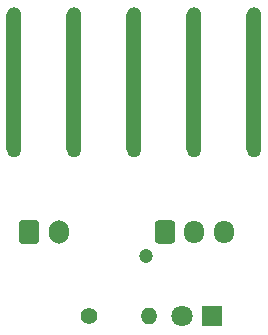
<source format=gbr>
%TF.GenerationSoftware,KiCad,Pcbnew,8.0.1*%
%TF.CreationDate,2024-05-01T10:03:54+09:00*%
%TF.ProjectId,LaserControlConnector,4c617365-7243-46f6-9e74-726f6c436f6e,rev?*%
%TF.SameCoordinates,Original*%
%TF.FileFunction,Soldermask,Bot*%
%TF.FilePolarity,Negative*%
%FSLAX46Y46*%
G04 Gerber Fmt 4.6, Leading zero omitted, Abs format (unit mm)*
G04 Created by KiCad (PCBNEW 8.0.1) date 2024-05-01 10:03:54*
%MOMM*%
%LPD*%
G01*
G04 APERTURE LIST*
G04 Aperture macros list*
%AMRoundRect*
0 Rectangle with rounded corners*
0 $1 Rounding radius*
0 $2 $3 $4 $5 $6 $7 $8 $9 X,Y pos of 4 corners*
0 Add a 4 corners polygon primitive as box body*
4,1,4,$2,$3,$4,$5,$6,$7,$8,$9,$2,$3,0*
0 Add four circle primitives for the rounded corners*
1,1,$1+$1,$2,$3*
1,1,$1+$1,$4,$5*
1,1,$1+$1,$6,$7*
1,1,$1+$1,$8,$9*
0 Add four rect primitives between the rounded corners*
20,1,$1+$1,$2,$3,$4,$5,0*
20,1,$1+$1,$4,$5,$6,$7,0*
20,1,$1+$1,$6,$7,$8,$9,0*
20,1,$1+$1,$8,$9,$2,$3,0*%
G04 Aperture macros list end*
%ADD10RoundRect,0.635000X-0.000010X-5.715000X0.000010X-5.715000X0.000010X5.715000X-0.000010X5.715000X0*%
%ADD11C,1.270000*%
%ADD12RoundRect,0.250000X-0.600000X-0.750000X0.600000X-0.750000X0.600000X0.750000X-0.600000X0.750000X0*%
%ADD13O,1.700000X2.000000*%
%ADD14C,1.400000*%
%ADD15O,1.400000X1.400000*%
%ADD16C,1.200000*%
%ADD17RoundRect,0.250000X-0.600000X-0.725000X0.600000X-0.725000X0.600000X0.725000X-0.600000X0.725000X0*%
%ADD18O,1.700000X1.950000*%
%ADD19R,1.800000X1.800000*%
%ADD20C,1.800000*%
G04 APERTURE END LIST*
D10*
%TO.C,JP2-L1*%
X137160000Y-76200000D03*
D11*
X137160000Y-81915000D03*
%TD*%
D12*
%TO.C,J2*%
X133390000Y-88900000D03*
D13*
X135890000Y-88900000D03*
%TD*%
D10*
%TO.C,JP2-G2*%
X142240000Y-76200000D03*
D11*
X142240000Y-81915000D03*
%TD*%
D10*
%TO.C,JP2-P1*%
X132080000Y-76200000D03*
D11*
X132080000Y-81915000D03*
%TD*%
D10*
%TO.C,JP2-IN1*%
X147320000Y-76200000D03*
D11*
X147320000Y-81915000D03*
%TD*%
D14*
%TO.C,R3*%
X138430000Y-96012000D03*
D15*
X143510000Y-96012000D03*
%TD*%
D16*
%TO.C,J1*%
X143260000Y-90900000D03*
D17*
X144860000Y-88900000D03*
D18*
X147360000Y-88900000D03*
X149860000Y-88900000D03*
%TD*%
D19*
%TO.C,D2*%
X148844000Y-96012000D03*
D20*
X146304000Y-96012000D03*
%TD*%
D10*
%TO.C,JP2-5V1*%
X152400000Y-76200000D03*
D11*
X152400000Y-81915000D03*
%TD*%
M02*

</source>
